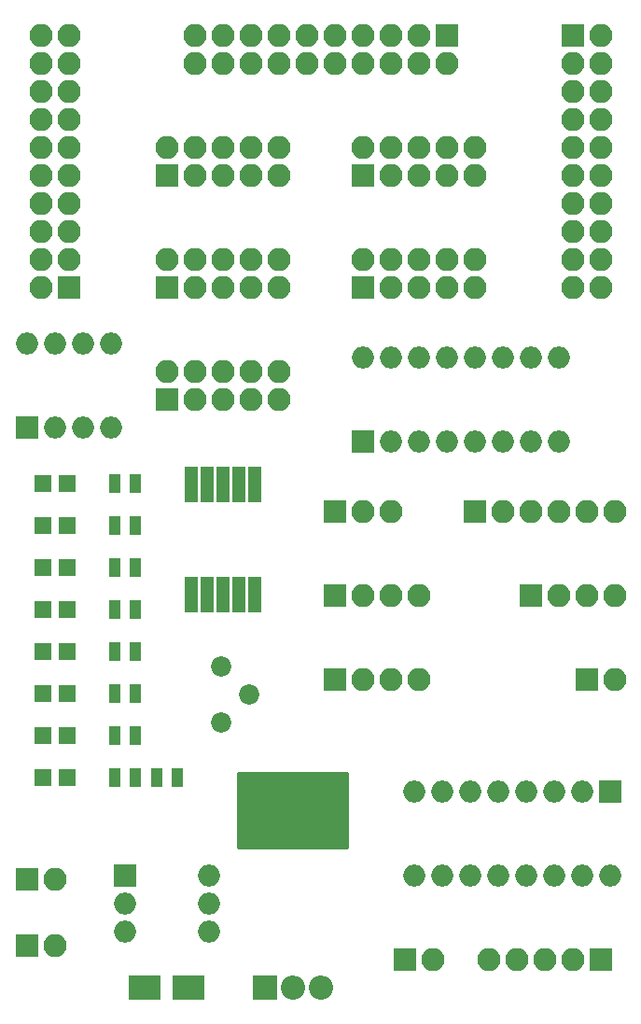
<source format=gbr>
G04 #@! TF.FileFunction,Soldermask,Top*
%FSLAX46Y46*%
G04 Gerber Fmt 4.6, Leading zero omitted, Abs format (unit mm)*
G04 Created by KiCad (PCBNEW 4.0.7) date 04/06/18 15:52:29*
%MOMM*%
%LPD*%
G01*
G04 APERTURE LIST*
%ADD10C,0.100000*%
%ADD11R,2.100000X2.100000*%
%ADD12O,2.100000X2.100000*%
%ADD13R,2.000000X2.000000*%
%ADD14O,2.000000X2.000000*%
%ADD15R,1.300000X3.200000*%
%ADD16R,1.100000X1.700000*%
%ADD17R,1.600000X1.600000*%
%ADD18O,3.900000X3.900000*%
%ADD19R,2.200000X2.200000*%
%ADD20O,2.200000X2.200000*%
%ADD21R,2.900000X2.200000*%
%ADD22C,1.840000*%
%ADD23C,0.254000*%
G04 APERTURE END LIST*
D10*
D11*
X179070000Y-58420000D03*
D12*
X181610000Y-58420000D03*
X179070000Y-60960000D03*
X181610000Y-60960000D03*
X179070000Y-63500000D03*
X181610000Y-63500000D03*
X179070000Y-66040000D03*
X181610000Y-66040000D03*
X179070000Y-68580000D03*
X181610000Y-68580000D03*
X179070000Y-71120000D03*
X181610000Y-71120000D03*
X179070000Y-73660000D03*
X181610000Y-73660000D03*
X179070000Y-76200000D03*
X181610000Y-76200000D03*
X179070000Y-78740000D03*
X181610000Y-78740000D03*
X179070000Y-81280000D03*
X181610000Y-81280000D03*
D11*
X133350000Y-81280000D03*
D12*
X130810000Y-81280000D03*
X133350000Y-78740000D03*
X130810000Y-78740000D03*
X133350000Y-76200000D03*
X130810000Y-76200000D03*
X133350000Y-73660000D03*
X130810000Y-73660000D03*
X133350000Y-71120000D03*
X130810000Y-71120000D03*
X133350000Y-68580000D03*
X130810000Y-68580000D03*
X133350000Y-66040000D03*
X130810000Y-66040000D03*
X133350000Y-63500000D03*
X130810000Y-63500000D03*
X133350000Y-60960000D03*
X130810000Y-60960000D03*
X133350000Y-58420000D03*
X130810000Y-58420000D03*
D11*
X142240000Y-71120000D03*
D12*
X142240000Y-68580000D03*
X144780000Y-71120000D03*
X144780000Y-68580000D03*
X147320000Y-71120000D03*
X147320000Y-68580000D03*
X149860000Y-71120000D03*
X149860000Y-68580000D03*
X152400000Y-71120000D03*
X152400000Y-68580000D03*
D11*
X160020000Y-71120000D03*
D12*
X160020000Y-68580000D03*
X162560000Y-71120000D03*
X162560000Y-68580000D03*
X165100000Y-71120000D03*
X165100000Y-68580000D03*
X167640000Y-71120000D03*
X167640000Y-68580000D03*
X170180000Y-71120000D03*
X170180000Y-68580000D03*
D11*
X142240000Y-81280000D03*
D12*
X142240000Y-78740000D03*
X144780000Y-81280000D03*
X144780000Y-78740000D03*
X147320000Y-81280000D03*
X147320000Y-78740000D03*
X149860000Y-81280000D03*
X149860000Y-78740000D03*
X152400000Y-81280000D03*
X152400000Y-78740000D03*
D11*
X160020000Y-81280000D03*
D12*
X160020000Y-78740000D03*
X162560000Y-81280000D03*
X162560000Y-78740000D03*
X165100000Y-81280000D03*
X165100000Y-78740000D03*
X167640000Y-81280000D03*
X167640000Y-78740000D03*
X170180000Y-81280000D03*
X170180000Y-78740000D03*
D11*
X142240000Y-91440000D03*
D12*
X142240000Y-88900000D03*
X144780000Y-91440000D03*
X144780000Y-88900000D03*
X147320000Y-91440000D03*
X147320000Y-88900000D03*
X149860000Y-91440000D03*
X149860000Y-88900000D03*
X152400000Y-91440000D03*
X152400000Y-88900000D03*
D11*
X170180000Y-101600000D03*
D12*
X172720000Y-101600000D03*
X175260000Y-101600000D03*
X177800000Y-101600000D03*
X180340000Y-101600000D03*
X182880000Y-101600000D03*
D11*
X157480000Y-109220000D03*
D12*
X160020000Y-109220000D03*
X162560000Y-109220000D03*
X165100000Y-109220000D03*
D11*
X157480000Y-116840000D03*
D12*
X160020000Y-116840000D03*
X162560000Y-116840000D03*
X165100000Y-116840000D03*
D11*
X181610000Y-142240000D03*
D12*
X179070000Y-142240000D03*
X176530000Y-142240000D03*
X173990000Y-142240000D03*
X171450000Y-142240000D03*
D13*
X182499000Y-127000000D03*
D14*
X164719000Y-134620000D03*
X179959000Y-127000000D03*
X167259000Y-134620000D03*
X177419000Y-127000000D03*
X169799000Y-134620000D03*
X174879000Y-127000000D03*
X172339000Y-134620000D03*
X172339000Y-127000000D03*
X174879000Y-134620000D03*
X169799000Y-127000000D03*
X177419000Y-134620000D03*
X167259000Y-127000000D03*
X179959000Y-134620000D03*
X164719000Y-127000000D03*
X182499000Y-134620000D03*
D11*
X175260000Y-109220000D03*
D12*
X177800000Y-109220000D03*
X180340000Y-109220000D03*
X182880000Y-109220000D03*
D11*
X129540000Y-135001000D03*
D12*
X132080000Y-135001000D03*
D13*
X138430000Y-134620000D03*
D14*
X146050000Y-139700000D03*
X138430000Y-137160000D03*
X146050000Y-137160000D03*
X138430000Y-139700000D03*
X146050000Y-134620000D03*
D11*
X157480000Y-101600000D03*
D12*
X160020000Y-101600000D03*
X162560000Y-101600000D03*
D15*
X144440000Y-109140000D03*
X145880000Y-109140000D03*
X147320000Y-109140000D03*
X148760000Y-109140000D03*
X150200000Y-109140000D03*
X150200000Y-99140000D03*
X148760000Y-99140000D03*
X147320000Y-99140000D03*
X145880000Y-99140000D03*
X144440000Y-99140000D03*
D16*
X137480000Y-99060000D03*
X139380000Y-99060000D03*
X137480000Y-102870000D03*
X139380000Y-102870000D03*
X137480000Y-106680000D03*
X139380000Y-106680000D03*
X137480000Y-110490000D03*
X139380000Y-110490000D03*
X137480000Y-114300000D03*
X139380000Y-114300000D03*
X137480000Y-118110000D03*
X139380000Y-118110000D03*
X137480000Y-121920000D03*
X139380000Y-121920000D03*
X137480000Y-125730000D03*
X139380000Y-125730000D03*
D17*
X133180000Y-99060000D03*
X130980000Y-99060000D03*
X133180000Y-102870000D03*
X130980000Y-102870000D03*
X133180000Y-106680000D03*
X130980000Y-106680000D03*
X133180000Y-110490000D03*
X130980000Y-110490000D03*
X133180000Y-114300000D03*
X130980000Y-114300000D03*
X133180000Y-118110000D03*
X130980000Y-118110000D03*
X133180000Y-121920000D03*
X130980000Y-121920000D03*
X133180000Y-125730000D03*
X130980000Y-125730000D03*
D11*
X129540000Y-140970000D03*
D12*
X132080000Y-140970000D03*
D18*
X153670000Y-128120000D03*
D19*
X151130000Y-144780000D03*
D20*
X153670000Y-144780000D03*
X156210000Y-144780000D03*
D16*
X141290000Y-125730000D03*
X143190000Y-125730000D03*
D21*
X140240000Y-144780000D03*
X144240000Y-144780000D03*
D22*
X147193000Y-115697000D03*
X149733000Y-118237000D03*
X147193000Y-120777000D03*
D13*
X160033000Y-95250000D03*
D14*
X177813000Y-87630000D03*
X162573000Y-95250000D03*
X175273000Y-87630000D03*
X165113000Y-95250000D03*
X172733000Y-87630000D03*
X167653000Y-95250000D03*
X170193000Y-87630000D03*
X170193000Y-95250000D03*
X167653000Y-87630000D03*
X172733000Y-95250000D03*
X165113000Y-87630000D03*
X175273000Y-95250000D03*
X162573000Y-87630000D03*
X177813000Y-95250000D03*
X160033000Y-87630000D03*
D11*
X163830000Y-142240000D03*
D12*
X166370000Y-142240000D03*
D11*
X180340000Y-116840000D03*
D12*
X182880000Y-116840000D03*
D13*
X129540000Y-93980000D03*
D14*
X137160000Y-86360000D03*
X132080000Y-93980000D03*
X134620000Y-86360000D03*
X134620000Y-93980000D03*
X132080000Y-86360000D03*
X137160000Y-93980000D03*
X129540000Y-86360000D03*
D11*
X167640000Y-58420000D03*
D12*
X167640000Y-60960000D03*
X165100000Y-58420000D03*
X165100000Y-60960000D03*
X162560000Y-58420000D03*
X162560000Y-60960000D03*
X160020000Y-58420000D03*
X160020000Y-60960000D03*
X157480000Y-58420000D03*
X157480000Y-60960000D03*
X154940000Y-58420000D03*
X154940000Y-60960000D03*
X152400000Y-58420000D03*
X152400000Y-60960000D03*
X149860000Y-58420000D03*
X149860000Y-60960000D03*
X147320000Y-58420000D03*
X147320000Y-60960000D03*
X144780000Y-58420000D03*
X144780000Y-60960000D03*
D23*
G36*
X158623000Y-132080000D02*
X148717000Y-132080000D01*
X148717000Y-125349000D01*
X158623000Y-125349000D01*
X158623000Y-132080000D01*
X158623000Y-132080000D01*
G37*
X158623000Y-132080000D02*
X148717000Y-132080000D01*
X148717000Y-125349000D01*
X158623000Y-125349000D01*
X158623000Y-132080000D01*
M02*

</source>
